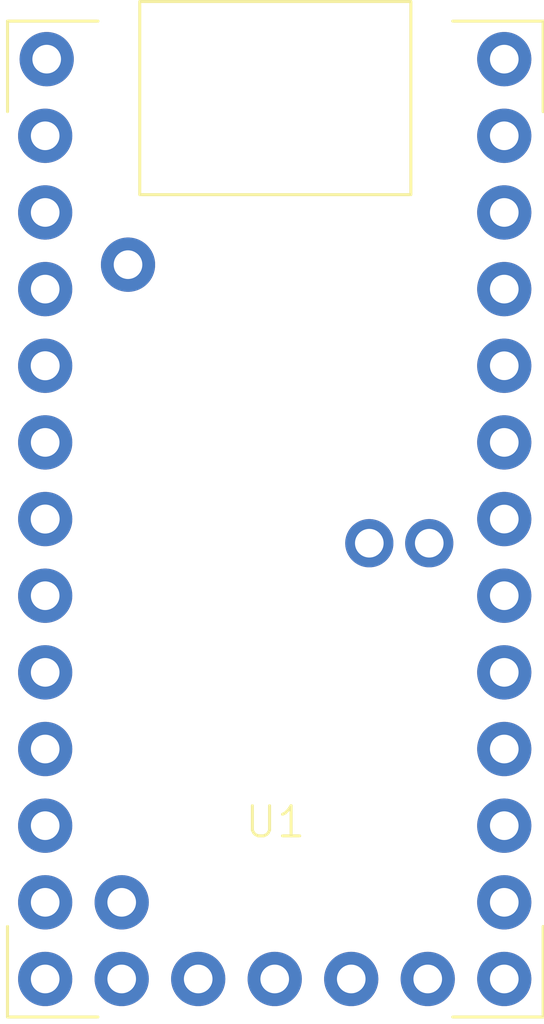
<source format=kicad_pcb>
(kicad_pcb (version 20241229) (generator "pcbnew") (generator_version "9.0")
  (layers (0 "F.Cu" signal) (2 "B.Cu" signal) (13 "F.Paste" user) (15 "B.Paste" user) (5 "F.SilkS" user "F.Silkscreen") (7 "B.SilkS" user "B.Silkscreen") (1 "F.Mask" user) (3 "B.Mask" user) (25 "Edge.Cuts" user))
  (net 0 "")
  (footprint "pro_micro_rp2040:pro_micro_rp2040" (layer "F.Cu") (at 94.51 91.54)
    (property "Reference" "U1" (at 8.89 -6.46 0) (layer "F.SilkS") (effects (font (thickness 0.1))))
    (property "Value" "~")
    (fp_line (start 0 -33) (end 0 -30) (stroke (width 0.1)) (layer "F.SilkS"))
    (fp_line (start 0 -33) (end 3 -33) (stroke (width 0.1)) (layer "F.SilkS"))
    (fp_line (start 0 -3) (end 0 0) (stroke (width 0.1)) (layer "F.SilkS"))
    (fp_line (start 0 0) (end 0 -3) (stroke (width 0.1)) (layer "F.SilkS"))
    (fp_line (start 0 0) (end 3 0) (stroke (width 0.1)) (layer "F.SilkS"))
    (fp_line (start 3 -33) (end 0 -33) (stroke (width 0.1)) (layer "F.SilkS"))
    (fp_line (start 17.78 -33) (end 14.78 -33) (stroke (width 0.1)) (layer "F.SilkS"))
    (fp_line (start 17.78 -33) (end 17.78 -30) (stroke (width 0.1)) (layer "F.SilkS"))
    (fp_line (start 17.78 0) (end 14.78 0) (stroke (width 0.1)) (layer "F.SilkS"))
    (fp_line (start 17.78 0) (end 17.78 -3) (stroke (width 0.1)) (layer "F.SilkS"))
    (fp_rect (start 4.39 -27.25) (end 13.39 -33.65) (stroke (width 0.1)) (fill no) (layer "F.SilkS"))
    (pad "0" thru_hole circle (at 1.25 -29.2) (size 1.8 1.8) (drill 0.95) (layers "*.Cu" "*.Mask"))
    (pad "1" thru_hole circle (at 1.25 -26.66) (size 1.8 1.8) (drill 0.95) (layers "*.Cu" "*.Mask"))
    (pad "2" thru_hole circle (at 1.25 -19.04) (size 1.8 1.8) (drill 0.95) (layers "*.Cu" "*.Mask"))
    (pad "3" thru_hole circle (at 1.25 -16.5) (size 1.8 1.8) (drill 0.96) (layers "*.Cu" "*.Mask"))
    (pad "3V3" thru_hole circle (at 16.49 -21.58) (size 1.8 1.8) (drill 0.95) (layers "*.Cu" "*.Mask"))
    (pad "4" thru_hole circle (at 1.25 -13.96) (size 1.8 1.8) (drill 0.95) (layers "*.Cu" "*.Mask"))
    (pad "5" thru_hole circle (at 1.25 -11.42) (size 1.8 1.8) (drill 0.95) (layers "*.Cu" "*.Mask"))
    (pad "5V" thru_hole circle (at 16.49 -29.2) (size 1.8 1.8) (drill 0.95) (layers "*.Cu" "*.Mask"))
    (pad "6" thru_hole circle (at 1.25 -8.88) (size 1.8 1.8) (drill 0.95) (layers "*.Cu" "*.Mask"))
    (pad "7" thru_hole circle (at 1.25 -6.34) (size 1.8 1.8) (drill 0.95) (layers "*.Cu" "*.Mask"))
    (pad "8" thru_hole circle (at 1.25 -3.8) (size 1.8 1.8) (drill 0.95) (layers "*.Cu" "*.Mask"))
    (pad "9" thru_hole circle (at 1.25 -1.26) (size 1.8 1.8) (drill 0.95) (layers "*.Cu" "*.Mask"))
    (pad "10" thru_hole circle (at 1.3 -31.74) (size 1.8 1.8) (drill 0.95) (layers "*.Cu" "*.Mask"))
    (pad "11" thru_hole circle (at 16.49 -31.74) (size 1.8 1.8) (drill 0.95) (layers "*.Cu" "*.Mask"))
    (pad "12" thru_hole circle (at 3.79 -1.26) (size 1.8 1.8) (drill 0.95) (layers "*.Cu" "*.Mask"))
    (pad "13" thru_hole circle (at 6.33 -1.26) (size 1.8 1.8) (drill 0.95) (layers "*.Cu" "*.Mask"))
    (pad "14" thru_hole circle (at 8.87 -1.26) (size 1.8 1.8) (drill 0.95) (layers "*.Cu" "*.Mask"))
    (pad "15" thru_hole circle (at 11.41 -1.26) (size 1.8 1.8) (drill 0.95) (layers "*.Cu" "*.Mask"))
    (pad "16" thru_hole circle (at 13.95 -1.26) (size 1.8 1.8) (drill 0.95) (layers "*.Cu" "*.Mask"))
    (pad "18" thru_hole circle (at 12.01 -15.7) (size 1.6 1.6) (drill 0.95) (layers "*.Cu" "*.Mask"))
    (pad "20" thru_hole circle (at 16.49 -6.34) (size 1.8 1.8) (drill 0.95) (layers "*.Cu" "*.Mask"))
    (pad "21" thru_hole circle (at 16.49 -1.26) (size 1.8 1.8) (drill 0.95) (layers "*.Cu" "*.Mask"))
    (pad "22" thru_hole circle (at 16.49 -8.88) (size 1.8 1.8) (drill 0.95) (layers "*.Cu" "*.Mask"))
    (pad "23" thru_hole circle (at 16.49 -3.8) (size 1.8 1.8) (drill 0.95) (layers "*.Cu" "*.Mask"))
    (pad "24" thru_hole circle (at 14 -15.7) (size 1.6 1.6) (drill 0.95) (layers "*.Cu" "*.Mask"))
    (pad "25" thru_hole circle (at 3.79 -3.8) (size 1.8 1.8) (drill 0.95) (layers "*.Cu" "*.Mask"))
    (pad "26" thru_hole circle (at 16.49 -11.42) (size 1.8 1.8) (drill 0.95) (layers "*.Cu" "*.Mask"))
    (pad "27" thru_hole circle (at 16.49 -13.96) (size 1.8 1.8) (drill 0.95) (layers "*.Cu" "*.Mask"))
    (pad "28" thru_hole circle (at 16.49 -16.5) (size 1.8 1.8) (drill 0.95) (layers "*.Cu" "*.Mask"))
    (pad "29" thru_hole circle (at 16.49 -19.04) (size 1.8 1.8) (drill 0.95) (layers "*.Cu" "*.Mask"))
    (pad "BOOT" thru_hole circle (at 4 -24.93) (size 1.8 1.8) (drill 0.95) (layers "*.Cu" "*.Mask"))
    (pad "GND" thru_hole circle (at 1.25 -24.12) (size 1.8 1.8) (drill 0.95) (layers "*.Cu" "*.Mask"))
    (pad "GND" thru_hole circle (at 1.25 -21.58) (size 1.8 1.8) (drill 0.96) (layers "*.Cu" "*.Mask"))
    (pad "GND" thru_hole circle (at 16.49 -26.66) (size 1.8 1.8) (drill 0.95) (layers "*.Cu" "*.Mask"))
    (pad "RST" thru_hole circle (at 16.49 -24.12) (size 1.8 1.8) (drill 0.95) (layers "*.Cu" "*.Mask"))
  )
)
</source>
